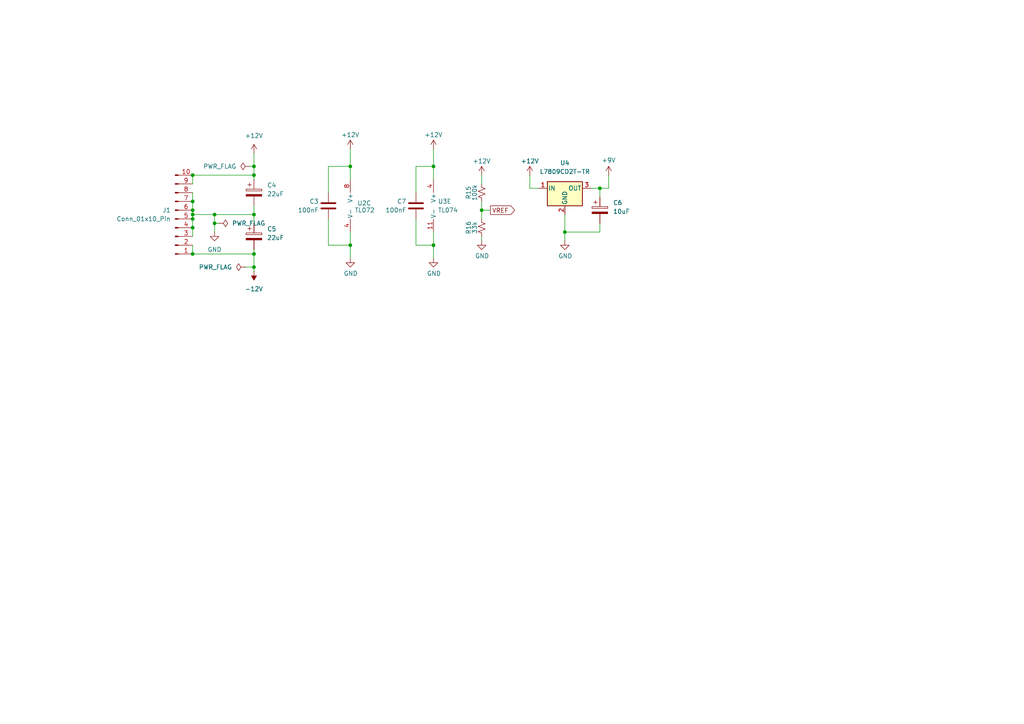
<source format=kicad_sch>
(kicad_sch (version 20231120) (generator "eeschema") (generator_version "8.0")
  (paper "A4")
  (lib_symbols
    (symbol "+12V_1" (power) (pin_numbers hide) (pin_names (offset 0) hide)
      (property "Value" "+12V" (at 0 3.556 0))
      (symbol "+12V_1_0_1"
        (polyline (pts (xy -0.762 1.27) (xy 0 2.54)))
        (polyline (pts (xy 0 0) (xy 0 2.54)))
        (polyline (pts (xy 0 2.54) (xy 0.762 1.27)))
      )
      (symbol "+12V_1_1_1"
        (pin power_in line (at 0 0 90) (length 0) (name "~") (number "1"))
      )
    )
    (symbol "-12V_1" (power) (pin_numbers hide) (pin_names (offset 0) hide)
      (property "Value" "-12V" (at 0 3.556 0))
      (symbol "-12V_1_0_0"
        (pin power_in line (at 0 0 90) (length 0) (name "~") (number "1"))
      )
      (symbol "-12V_1_0_1"
        (polyline (pts (xy 0 0) (xy 0 1.27) (xy 0.762 1.27) (xy 0 2.54) (xy -0.762 1.27) (xy 0 1.27)) (fill (type outline)))
      )
    )
    (symbol "Amplifier_Operational:TL072" (pin_names (offset 0.127))
      (property "Reference" "U" (at 0 5.08 0))
      (property "Value" "TL072" (at 0 -5.08 0))
      (symbol "TL072_1_1"
        (polyline (pts (xy -5.08 5.08) (xy 5.08 0) (xy -5.08 -5.08) (xy -5.08 5.08)) (stroke (width 0.254)) (fill (type background)))
        (pin output line (at 7.62 0 180) (length 2.54) (name "~") (number "1"))
        (pin input line (at -7.62 -2.54 0) (length 2.54) (name "-") (number "2"))
        (pin input line (at -7.62 2.54 0) (length 2.54) (name "+") (number "3"))
      )
      (symbol "TL072_2_1"
        (polyline (pts (xy -5.08 5.08) (xy 5.08 0) (xy -5.08 -5.08) (xy -5.08 5.08)) (stroke (width 0.254)) (fill (type background)))
        (pin input line (at -7.62 2.54 0) (length 2.54) (name "+") (number "5"))
        (pin input line (at -7.62 -2.54 0) (length 2.54) (name "-") (number "6"))
        (pin output line (at 7.62 0 180) (length 2.54) (name "~") (number "7"))
      )
      (symbol "TL072_3_1"
        (pin power_in line (at -2.54 -7.62 90) (length 3.81) (name "V-") (number "4"))
        (pin power_in line (at -2.54 7.62 270) (length 3.81) (name "V+") (number "8"))
      )
    )
    (symbol "Amplifier_Operational:TL074" (pin_names (offset 0.127))
      (property "Reference" "U" (at 0 5.08 0))
      (property "Value" "TL074" (at 0 -5.08 0))
      (symbol "TL074_1_1"
        (polyline (pts (xy -5.08 5.08) (xy 5.08 0) (xy -5.08 -5.08) (xy -5.08 5.08)) (stroke (width 0.254)) (fill (type background)))
        (pin output line (at 7.62 0 180) (length 2.54) (name "~") (number "1"))
        (pin input line (at -7.62 -2.54 0) (length 2.54) (name "-") (number "2"))
        (pin input line (at -7.62 2.54 0) (length 2.54) (name "+") (number "3"))
      )
      (symbol "TL074_2_1"
        (polyline (pts (xy -5.08 5.08) (xy 5.08 0) (xy -5.08 -5.08) (xy -5.08 5.08)) (stroke (width 0.254)) (fill (type background)))
        (pin input line (at -7.62 2.54 0) (length 2.54) (name "+") (number "5"))
        (pin input line (at -7.62 -2.54 0) (length 2.54) (name "-") (number "6"))
        (pin output line (at 7.62 0 180) (length 2.54) (name "~") (number "7"))
      )
      (symbol "TL074_3_1"
        (polyline (pts (xy -5.08 5.08) (xy 5.08 0) (xy -5.08 -5.08) (xy -5.08 5.08)) (stroke (width 0.254)) (fill (type background)))
        (pin input line (at -7.62 2.54 0) (length 2.54) (name "+") (number "10"))
        (pin output line (at 7.62 0 180) (length 2.54) (name "~") (number "8"))
        (pin input line (at -7.62 -2.54 0) (length 2.54) (name "-") (number "9"))
      )
      (symbol "TL074_4_1"
        (polyline (pts (xy -5.08 5.08) (xy 5.08 0) (xy -5.08 -5.08) (xy -5.08 5.08)) (stroke (width 0.254)) (fill (type background)))
        (pin input line (at -7.62 2.54 0) (length 2.54) (name "+") (number "12"))
        (pin input line (at -7.62 -2.54 0) (length 2.54) (name "-") (number "13"))
        (pin output line (at 7.62 0 180) (length 2.54) (name "~") (number "14"))
      )
      (symbol "TL074_5_1"
        (pin power_in line (at -2.54 -7.62 90) (length 3.81) (name "V-") (number "11"))
        (pin power_in line (at -2.54 7.62 270) (length 3.81) (name "V+") (number "4"))
      )
    )
    (symbol "Connector:Conn_01x10_Pin" (pin_names (offset 1.016) hide)
      (property "Reference" "J" (at 0 12.7 0))
      (property "Value" "Conn_01x10_Pin" (at 0 -15.24 0))
      (symbol "Conn_01x10_Pin_1_1"
        (polyline (pts (xy 1.27 -12.7) (xy 0.8636 -12.7)) (stroke (width 0.1524)))
        (polyline (pts (xy 1.27 -10.16) (xy 0.8636 -10.16)) (stroke (width 0.1524)))
        (polyline (pts (xy 1.27 -7.62) (xy 0.8636 -7.62)) (stroke (width 0.1524)))
        (polyline (pts (xy 1.27 -5.08) (xy 0.8636 -5.08)) (stroke (width 0.1524)))
        (polyline (pts (xy 1.27 -2.54) (xy 0.8636 -2.54)) (stroke (width 0.1524)))
        (polyline (pts (xy 1.27 0) (xy 0.8636 0)) (stroke (width 0.1524)))
        (polyline (pts (xy 1.27 2.54) (xy 0.8636 2.54)) (stroke (width 0.1524)))
        (polyline (pts (xy 1.27 5.08) (xy 0.8636 5.08)) (stroke (width 0.1524)))
        (polyline (pts (xy 1.27 7.62) (xy 0.8636 7.62)) (stroke (width 0.1524)))
        (polyline (pts (xy 1.27 10.16) (xy 0.8636 10.16)) (stroke (width 0.1524)))
        (rectangle (start 0.8636 -12.573) (end 0 -12.827) (stroke (width 0.1524)) (fill (type outline)))
        (rectangle (start 0.8636 -10.033) (end 0 -10.287) (stroke (width 0.1524)) (fill (type outline)))
        (rectangle (start 0.8636 -7.493) (end 0 -7.747) (stroke (width 0.1524)) (fill (type outline)))
        (rectangle (start 0.8636 -4.953) (end 0 -5.207) (stroke (width 0.1524)) (fill (type outline)))
        (rectangle (start 0.8636 -2.413) (end 0 -2.667) (stroke (width 0.1524)) (fill (type outline)))
        (rectangle (start 0.8636 0.127) (end 0 -0.127) (stroke (width 0.1524)) (fill (type outline)))
        (rectangle (start 0.8636 2.667) (end 0 2.413) (stroke (width 0.1524)) (fill (type outline)))
        (rectangle (start 0.8636 5.207) (end 0 4.953) (stroke (width 0.1524)) (fill (type outline)))
        (rectangle (start 0.8636 7.747) (end 0 7.493) (stroke (width 0.1524)) (fill (type outline)))
        (rectangle (start 0.8636 10.287) (end 0 10.033) (stroke (width 0.1524)) (fill (type outline)))
        (pin passive line (at 5.08 10.16 180) (length 3.81) (name "Pin_1") (number "1"))
        (pin passive line (at 5.08 -12.7 180) (length 3.81) (name "Pin_10") (number "10"))
        (pin passive line (at 5.08 7.62 180) (length 3.81) (name "Pin_2") (number "2"))
        (pin passive line (at 5.08 5.08 180) (length 3.81) (name "Pin_3") (number "3"))
        (pin passive line (at 5.08 2.54 180) (length 3.81) (name "Pin_4") (number "4"))
        (pin passive line (at 5.08 0 180) (length 3.81) (name "Pin_5") (number "5"))
        (pin passive line (at 5.08 -2.54 180) (length 3.81) (name "Pin_6") (number "6"))
        (pin passive line (at 5.08 -5.08 180) (length 3.81) (name "Pin_7") (number "7"))
        (pin passive line (at 5.08 -7.62 180) (length 3.81) (name "Pin_8") (number "8"))
        (pin passive line (at 5.08 -10.16 180) (length 3.81) (name "Pin_9") (number "9"))
      )
    )
    (symbol "Device:C" (pin_numbers hide) (pin_names (offset 0.254))
      (property "Reference" "C" (at 0.635 2.54 0))
      (property "Value" "C" (at 0.635 -2.54 0))
      (symbol "C_0_1"
        (polyline (pts (xy -2.032 -0.762) (xy 2.032 -0.762)) (stroke (width 0.508)))
        (polyline (pts (xy -2.032 0.762) (xy 2.032 0.762)) (stroke (width 0.508)))
      )
      (symbol "C_1_1"
        (pin passive line (at 0 3.81 270) (length 2.794) (name "~") (number "1"))
        (pin passive line (at 0 -3.81 90) (length 2.794) (name "~") (number "2"))
      )
    )
    (symbol "Device:C_Polarized" (pin_numbers hide) (pin_names (offset 0.254))
      (property "Reference" "C" (at 0.635 2.54 0))
      (property "Value" "C_Polarized" (at 0.635 -2.54 0))
      (symbol "C_Polarized_0_1"
        (rectangle (start -2.286 0.508) (end 2.286 1.016))
        (polyline (pts (xy -1.778 2.286) (xy -0.762 2.286)))
        (polyline (pts (xy -1.27 2.794) (xy -1.27 1.778)))
        (rectangle (start 2.286 -0.508) (end -2.286 -1.016) (fill (type outline)))
      )
      (symbol "C_Polarized_1_1"
        (pin passive line (at 0 3.81 270) (length 2.794) (name "~") (number "1"))
        (pin passive line (at 0 -3.81 90) (length 2.794) (name "~") (number "2"))
      )
    )
    (symbol "Device:R_Small_US" (pin_numbers hide) (pin_names (offset 0.254) hide)
      (property "Reference" "R" (at 0.762 0.508 0))
      (property "Value" "R_Small_US" (at 0.762 -1.016 0))
      (symbol "R_Small_US_1_1"
        (polyline (pts (xy 0 0) (xy 1.016 -0.381) (xy 0 -0.762) (xy -1.016 -1.143) (xy 0 -1.524)))
        (polyline (pts (xy 0 1.524) (xy 1.016 1.143) (xy 0 0.762) (xy -1.016 0.381) (xy 0 0)))
        (pin passive line (at 0 2.54 270) (length 1.016) (name "~") (number "1"))
        (pin passive line (at 0 -2.54 90) (length 1.016) (name "~") (number "2"))
      )
    )
    (symbol "PWR_FLAG_1" (power) (pin_numbers hide) (pin_names (offset 0) hide)
      (property "Value" "PWR_FLAG" (at 0 3.81 0))
      (symbol "PWR_FLAG_1_0_0"
        (pin power_out line (at 0 0 90) (length 0) (name "~") (number "1"))
      )
      (symbol "PWR_FLAG_1_0_1"
        (polyline (pts (xy 0 0) (xy 0 1.27) (xy -1.016 1.905) (xy 0 2.54) (xy 1.016 1.905) (xy 0 1.27)))
      )
    )
    (symbol "Regulator_Linear:L7809" (pin_names (offset 0.254))
      (property "Reference" "U" (at -3.81 3.175 0))
      (property "Value" "L7809" (at 0 3.175 0))
      (symbol "L7809_0_1"
        (rectangle (start -5.08 1.905) (end 5.08 -5.08) (stroke (width 0.254)) (fill (type background)))
      )
      (symbol "L7809_1_1"
        (pin power_in line (at -7.62 0 0) (length 2.54) (name "IN") (number "1"))
        (pin power_in line (at 0 -7.62 90) (length 2.54) (name "GND") (number "2"))
        (pin power_out line (at 7.62 0 180) (length 2.54) (name "OUT") (number "3"))
      )
    )
    (symbol "power:+12V" (power) (pin_numbers hide) (pin_names (offset 0) hide)
      (property "Value" "+12V" (at 0 3.556 0))
      (symbol "+12V_0_1"
        (polyline (pts (xy -0.762 1.27) (xy 0 2.54)))
        (polyline (pts (xy 0 0) (xy 0 2.54)))
        (polyline (pts (xy 0 2.54) (xy 0.762 1.27)))
      )
      (symbol "+12V_1_1"
        (pin power_in line (at 0 0 90) (length 0) (name "~") (number "1"))
      )
    )
    (symbol "power:+9V" (power) (pin_numbers hide) (pin_names (offset 0) hide)
      (property "Value" "+9V" (at 0 3.556 0))
      (symbol "+9V_0_1"
        (polyline (pts (xy -0.762 1.27) (xy 0 2.54)))
        (polyline (pts (xy 0 0) (xy 0 2.54)))
        (polyline (pts (xy 0 2.54) (xy 0.762 1.27)))
      )
      (symbol "+9V_1_1"
        (pin power_in line (at 0 0 90) (length 0) (name "~") (number "1"))
      )
    )
    (symbol "power:GND" (power) (pin_numbers hide) (pin_names (offset 0) hide)
      (property "Value" "GND" (at 0 -3.81 0))
      (symbol "GND_0_1"
        (polyline (pts (xy 0 0) (xy 0 -1.27) (xy 1.27 -1.27) (xy 0 -2.54) (xy -1.27 -1.27) (xy 0 -1.27)))
      )
      (symbol "GND_1_1"
        (pin power_in line (at 0 0 270) (length 0) (name "~") (number "1"))
      )
    )
  )
  (junction (at 101.6 71.12))
  (junction (at 125.73 71.12))
  (junction (at 55.88 58.42))
  (junction (at 163.83 67.31))
  (junction (at 62.23 62.23))
  (junction (at 55.88 60.96))
  (junction (at 139.7 60.96))
  (junction (at 73.66 73.66))
  (junction (at 73.66 50.8))
  (junction (at 55.88 62.23))
  (junction (at 55.88 66.04))
  (junction (at 55.88 63.5))
  (junction (at 73.66 62.23))
  (junction (at 55.88 73.66))
  (junction (at 73.66 77.47))
  (junction (at 101.6 48.26))
  (junction (at 173.99 54.61))
  (junction (at 125.73 48.26))
  (junction (at 62.23 64.77))
  (junction (at 55.88 50.8))
  (junction (at 73.66 48.26))
  (wire (pts (xy 55.88 60.96) (xy 55.88 62.23)))
  (wire (pts (xy 101.6 48.26) (xy 101.6 52.07)))
  (wire (pts (xy 55.88 62.23) (xy 62.23 62.23)))
  (wire (pts (xy 73.66 59.69) (xy 73.66 62.23)))
  (wire (pts (xy 55.88 73.66) (xy 55.88 71.12)))
  (wire (pts (xy 62.23 64.77) (xy 62.23 67.31)))
  (wire (pts (xy 55.88 73.66) (xy 73.66 73.66)))
  (wire (pts (xy 95.25 71.12) (xy 101.6 71.12)))
  (wire (pts (xy 55.88 66.04) (xy 55.88 68.58)))
  (wire (pts (xy 139.7 50.8) (xy 139.7 53.34)))
  (wire (pts (xy 153.67 50.8) (xy 153.67 54.61)))
  (wire (pts (xy 139.7 68.58) (xy 139.7 69.85)))
  (wire (pts (xy 73.66 50.8) (xy 73.66 52.07)))
  (wire (pts (xy 125.73 48.26) (xy 120.65 48.26)))
  (wire (pts (xy 125.73 67.31) (xy 125.73 71.12)))
  (wire (pts (xy 120.65 63.5) (xy 120.65 71.12)))
  (wire (pts (xy 95.25 48.26) (xy 95.25 55.88)))
  (wire (pts (xy 163.83 62.23) (xy 163.83 67.31)))
  (wire (pts (xy 62.23 62.23) (xy 62.23 64.77)))
  (wire (pts (xy 173.99 64.77) (xy 173.99 67.31)))
  (wire (pts (xy 73.66 77.47) (xy 73.66 78.74)))
  (wire (pts (xy 55.88 50.8) (xy 73.66 50.8)))
  (wire (pts (xy 173.99 54.61) (xy 176.53 54.61)))
  (wire (pts (xy 153.67 54.61) (xy 156.21 54.61)))
  (wire (pts (xy 163.83 67.31) (xy 163.83 69.85)))
  (wire (pts (xy 62.23 64.77) (xy 63.5 64.77)))
  (wire (pts (xy 163.83 67.31) (xy 173.99 67.31)))
  (wire (pts (xy 55.88 63.5) (xy 55.88 66.04)))
  (wire (pts (xy 125.73 43.18) (xy 125.73 48.26)))
  (wire (pts (xy 55.88 58.42) (xy 55.88 60.96)))
  (wire (pts (xy 120.65 71.12) (xy 125.73 71.12)))
  (wire (pts (xy 73.66 48.26) (xy 73.66 50.8)))
  (wire (pts (xy 176.53 50.8) (xy 176.53 54.61)))
  (wire (pts (xy 55.88 55.88) (xy 55.88 58.42)))
  (wire (pts (xy 55.88 62.23) (xy 55.88 63.5)))
  (wire (pts (xy 101.6 48.26) (xy 95.25 48.26)))
  (wire (pts (xy 120.65 48.26) (xy 120.65 55.88)))
  (wire (pts (xy 73.66 44.45) (xy 73.66 48.26)))
  (wire (pts (xy 73.66 72.39) (xy 73.66 73.66)))
  (wire (pts (xy 125.73 48.26) (xy 125.73 52.07)))
  (wire (pts (xy 101.6 43.18) (xy 101.6 48.26)))
  (wire (pts (xy 125.73 71.12) (xy 125.73 74.93)))
  (wire (pts (xy 139.7 60.96) (xy 142.24 60.96)))
  (wire (pts (xy 62.23 62.23) (xy 73.66 62.23)))
  (wire (pts (xy 173.99 54.61) (xy 173.99 57.15)))
  (wire (pts (xy 72.39 48.26) (xy 73.66 48.26)))
  (wire (pts (xy 101.6 67.31) (xy 101.6 71.12)))
  (wire (pts (xy 101.6 71.12) (xy 101.6 74.93)))
  (wire (pts (xy 55.88 53.34) (xy 55.88 50.8)))
  (wire (pts (xy 95.25 63.5) (xy 95.25 71.12)))
  (wire (pts (xy 139.7 58.42) (xy 139.7 60.96)))
  (wire (pts (xy 73.66 73.66) (xy 73.66 77.47)))
  (wire (pts (xy 171.45 54.61) (xy 173.99 54.61)))
  (wire (pts (xy 73.66 62.23) (xy 73.66 64.77)))
  (wire (pts (xy 71.12 77.47) (xy 73.66 77.47)))
  (wire (pts (xy 139.7 60.96) (xy 139.7 63.5)))
  (global_label "VREF" (shape output) (at 142.24 60.96 0) (property "Intersheetrefs" "${INTERSHEET_REFS}" (effects (hide yes))))
  (symbol (lib_id "Amplifier_Operational:TL072") (at 104.14 59.69 0) (unit 3)
    (property "Reference" "U2" (at 103.632 58.928 0) (effects (justify left)))
    (property "Value" "TL072" (at 102.87 60.96 0) (effects (justify left)))
    (property "Footprint" "Package_SO:SOIC-8_3.9x4.9mm_P1.27mm" (effects (hide yes)))
    (property "Datasheet" "http://www.ti.com/lit/ds/symlink/tl071.pdf" (effects (hide yes)))
    (property "Description" "Dual Low-Noise JFET-Input Operational Amplifiers, DIP-8/SOIC-8" (effects (hide yes)))
    (property "Manufacturers Name" "STMicroelectronics" (effects (hide yes)))
    (property "Manufacturers Part Number" "TL072CDT" (effects (hide yes)))
  )
  (symbol (lib_id "power:+12V") (at 153.67 50.8 0) (unit 1)
    (property "Reference" "#PWR036" (effects (hide yes)))
    (property "Value" "+12V" (at 153.67 46.736 0))
    (property "Description" "Power symbol creates a global label with name \"+12V\"" (effects (hide yes)))
  )
  (symbol (lib_id "Amplifier_Operational:TL074") (at 128.27 59.69 0) (unit 5)
    (property "Reference" "U3" (at 127 58.4199 0) (effects (justify left)))
    (property "Value" "TL074" (at 127 60.96 0) (effects (justify left)))
    (property "Footprint" "Package_SO:SOIC-14_3.9x8.7mm_P1.27mm" (effects (hide yes)))
    (property "Datasheet" "http://www.ti.com/lit/ds/symlink/tl071.pdf" (effects (hide yes)))
    (property "Description" "Quad Low-Noise JFET-Input Operational Amplifiers, DIP-14/SOIC-14" (effects (hide yes)))
    (property "Manufacturers Part Number" "TL074ACDT" (effects (hide yes)))
    (property "Manufacturers Name" "STMicroelectronics" (effects (hide yes)))
  )
  (symbol (lib_id "Device:C_Polarized") (at 73.66 68.58 0) (unit 1)
    (property "Reference" "C5" (at 77.47 66.4209 0) (effects (justify left)))
    (property "Value" "22uF" (at 77.47 68.9609 0) (effects (justify left)))
    (property "Footprint" "Capacitor_SMD:CP_Elec_4x3.9" (effects (hide yes)))
    (property "Description" "Polarized capacitor" (effects (hide yes)))
  )
  (symbol (lib_id "Connector:Conn_01x10_Pin") (at 50.8 63.5 0) (mirror x) (unit 1)
    (property "Reference" "J1" (at 49.53 60.9599 0) (effects (justify right)))
    (property "Value" "Conn_01x10_Pin" (at 49.53 63.4999 0) (effects (justify right)))
    (property "Footprint" "Connector_IDC:IDC-Header_2x05_P2.54mm_Vertical" (effects (hide yes)))
    (property "Description" "Generic connector, single row, 01x10, script generated" (effects (hide yes)))
  )
  (symbol (lib_name "PWR_FLAG_1") (lib_id "power:PWR_FLAG") (at 63.5 64.77 270) (unit 1)
    (property "Reference" "#FLG01" (effects (hide yes)))
    (property "Value" "PWR_FLAG" (at 67.31 64.7699 90) (effects (justify left)))
    (property "Description" "Special symbol for telling ERC where power comes from" (effects (hide yes)))
  )
  (symbol (lib_name "+12V_1") (lib_id "power:+12V") (at 73.66 44.45 0) (unit 1)
    (property "Reference" "#PWR042" (effects (hide yes)))
    (property "Value" "+12V" (at 73.66 39.37 0))
    (property "Description" "Power symbol creates a global label with name \"+12V\"" (effects (hide yes)))
  )
  (symbol (lib_id "Regulator_Linear:L7809") (at 163.83 54.61 0) (unit 1)
    (property "Reference" "U4" (at 163.83 47.244 0))
    (property "Value" "L7809CD2T-TR" (at 163.83 49.784 0))
    (property "Footprint" "Package_TO_SOT_SMD:TO-252-2" (effects (hide yes)))
    (property "Datasheet" "http://www.st.com/content/ccc/resource/technical/document/datasheet/41/4f/b3/b0/12/d4/47/88/CD00000444.pdf/files/CD00000444.pdf/jcr:content/translations/en.CD00000444.pdf" (effects (hide yes)))
    (property "Description" "Positive 1.5A 35V Linear Regulator, Fixed Output 9V, TO-220/TO-263/TO-252" (effects (hide yes)))
    (property "Manufacturers Part Number" "L7809CD2T-TR " (effects (hide yes)))
    (property "Manufacturers Name" "STMicroelectronics" (effects (hide yes)))
  )
  (symbol (lib_id "power:GND") (at 101.6 74.93 0) (unit 1)
    (property "Reference" "#PWR027" (effects (hide yes)))
    (property "Value" "GND" (at 101.727 79.3242 0))
    (property "Description" "Power symbol creates a global label with name \"GND\" , ground" (effects (hide yes)))
  )
  (symbol (lib_id "power:+12V") (at 125.73 43.18 0) (unit 1)
    (property "Reference" "#PWR031" (effects (hide yes)))
    (property "Value" "+12V" (at 125.73 39.116 0))
    (property "Description" "Power symbol creates a global label with name \"+12V\"" (effects (hide yes)))
  )
  (symbol (lib_id "power:GND") (at 139.7 69.85 0) (unit 1)
    (property "Reference" "#PWR035" (effects (hide yes)))
    (property "Value" "GND" (at 139.827 74.2442 0))
    (property "Description" "Power symbol creates a global label with name \"GND\" , ground" (effects (hide yes)))
  )
  (symbol (lib_name "-12V_1") (lib_id "power:-12V") (at 73.66 78.74 180) (unit 1)
    (property "Reference" "#PWR043" (effects (hide yes)))
    (property "Value" "-12V" (at 73.66 83.82 0))
    (property "Description" "Power symbol creates a global label with name \"-12V\"" (effects (hide yes)))
  )
  (symbol (lib_id "Device:C_Polarized") (at 173.99 60.96 0) (unit 1)
    (property "Reference" "C6" (at 177.8 58.8009 0) (effects (justify left)))
    (property "Value" "10uF" (at 177.8 61.3409 0) (effects (justify left)))
    (property "Footprint" "Capacitor_SMD:C_0805_2012Metric_Pad1.18x1.45mm_HandSolder" (effects (hide yes)))
    (property "Description" "Polarized capacitor" (effects (hide yes)))
  )
  (symbol (lib_name "PWR_FLAG_1") (lib_id "power:PWR_FLAG") (at 72.39 48.26 90) (unit 1)
    (property "Reference" "#FLG03" (effects (hide yes)))
    (property "Value" "PWR_FLAG" (at 68.58 48.2599 90) (effects (justify left)))
    (property "Description" "Special symbol for telling ERC where power comes from" (effects (hide yes)))
  )
  (symbol (lib_name "PWR_FLAG_1") (lib_id "power:PWR_FLAG") (at 71.12 77.47 90) (unit 1)
    (property "Reference" "#FLG02" (effects (hide yes)))
    (property "Value" "PWR_FLAG" (at 67.31 77.4699 90) (effects (justify left)))
    (property "Description" "Special symbol for telling ERC where power comes from" (effects (hide yes)))
  )
  (symbol (lib_id "power:GND") (at 62.23 67.31 0) (unit 1)
    (property "Reference" "#PWR041" (effects (hide yes)))
    (property "Value" "GND" (at 62.23 72.39 0))
    (property "Description" "Power symbol creates a global label with name \"GND\" , ground" (effects (hide yes)))
  )
  (symbol (lib_id "Device:R_Small_US") (at 139.7 55.88 0) (unit 1)
    (property "Reference" "R15" (at 135.89 55.88 90))
    (property "Value" "100k" (at 137.668 55.88 90))
    (property "Footprint" "Resistor_SMD:R_0603_1608Metric_Pad0.98x0.95mm_HandSolder" (effects (hide yes)))
    (property "Description" "Resistor, small US symbol" (effects (hide yes)))
    (property "Manufacturers Name" "YAGEO" (effects (hide yes)))
    (property "Manufacturers Part Number" "RC0603FR-07100KL " (effects (hide yes)))
  )
  (symbol (lib_id "Device:C") (at 95.25 59.69 0) (mirror y) (unit 1)
    (property "Reference" "C3" (at 92.456 58.42 0) (effects (justify left)))
    (property "Value" "100nF" (at 92.456 60.96 0) (effects (justify left)))
    (property "Footprint" "Capacitor_SMD:C_0805_2012Metric_Pad1.18x1.45mm_HandSolder" (effects (hide yes)))
    (property "Description" "Unpolarized capacitor" (effects (hide yes)))
  )
  (symbol (lib_id "power:+9V") (at 176.53 50.8 0) (unit 1)
    (property "Reference" "#PWR040" (effects (hide yes)))
    (property "Value" "+9V" (at 176.53 46.482 0))
    (property "Description" "Power symbol creates a global label with name \"+9V\"" (effects (hide yes)))
  )
  (symbol (lib_id "power:GND") (at 125.73 74.93 0) (unit 1)
    (property "Reference" "#PWR032" (effects (hide yes)))
    (property "Value" "GND" (at 125.857 79.3242 0))
    (property "Description" "Power symbol creates a global label with name \"GND\" , ground" (effects (hide yes)))
  )
  (symbol (lib_id "Device:R_Small_US") (at 139.7 66.04 0) (unit 1)
    (property "Reference" "R16" (at 135.89 66.04 90))
    (property "Value" "33k" (at 137.668 66.04 90))
    (property "Footprint" "Resistor_SMD:R_0603_1608Metric_Pad0.98x0.95mm_HandSolder" (effects (hide yes)))
    (property "Description" "Resistor, small US symbol" (effects (hide yes)))
    (property "Manufacturers Name" "Bourns Inc." (effects (hide yes)))
    (property "Manufacturers Part Number" "CR0603-FX-3302ELF" (effects (hide yes)))
  )
  (symbol (lib_id "Device:C_Polarized") (at 73.66 55.88 0) (unit 1)
    (property "Reference" "C4" (at 77.47 53.7209 0) (effects (justify left)))
    (property "Value" "22uF" (at 77.47 56.2609 0) (effects (justify left)))
    (property "Footprint" "Capacitor_SMD:CP_Elec_4x3.9" (effects (hide yes)))
    (property "Description" "Polarized capacitor" (effects (hide yes)))
  )
  (symbol (lib_id "power:+12V") (at 139.7 50.8 0) (unit 1)
    (property "Reference" "#PWR034" (effects (hide yes)))
    (property "Value" "+12V" (at 139.7 46.736 0))
    (property "Description" "Power symbol creates a global label with name \"+12V\"" (effects (hide yes)))
  )
  (symbol (lib_id "Device:C") (at 120.65 59.69 0) (mirror y) (unit 1)
    (property "Reference" "C7" (at 117.856 58.42 0) (effects (justify left)))
    (property "Value" "100nF" (at 117.856 60.96 0) (effects (justify left)))
    (property "Footprint" "Capacitor_SMD:C_0805_2012Metric_Pad1.18x1.45mm_HandSolder" (effects (hide yes)))
    (property "Description" "Unpolarized capacitor" (effects (hide yes)))
  )
  (symbol (lib_id "power:+12V") (at 101.6 43.18 0) (unit 1)
    (property "Reference" "#PWR026" (effects (hide yes)))
    (property "Value" "+12V" (at 101.6 39.116 0))
    (property "Description" "Power symbol creates a global label with name \"+12V\"" (effects (hide yes)))
  )
  (symbol (lib_id "power:GND") (at 163.83 69.85 0) (unit 1)
    (property "Reference" "#PWR039" (effects (hide yes)))
    (property "Value" "GND" (at 163.957 74.2442 0))
    (property "Description" "Power symbol creates a global label with name \"GND\" , ground" (effects (hide yes)))
  )
)
</source>
